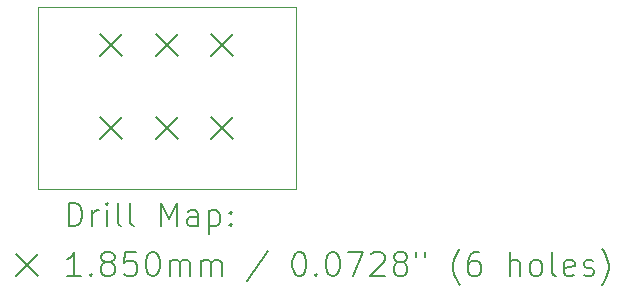
<source format=gbr>
%TF.GenerationSoftware,KiCad,Pcbnew,8.0.7*%
%TF.CreationDate,2024-12-30T14:37:35-05:00*%
%TF.ProjectId,SwitchBoard,53776974-6368-4426-9f61-72642e6b6963,rev?*%
%TF.SameCoordinates,Original*%
%TF.FileFunction,Drillmap*%
%TF.FilePolarity,Positive*%
%FSLAX45Y45*%
G04 Gerber Fmt 4.5, Leading zero omitted, Abs format (unit mm)*
G04 Created by KiCad (PCBNEW 8.0.7) date 2024-12-30 14:37:35*
%MOMM*%
%LPD*%
G01*
G04 APERTURE LIST*
%ADD10C,0.050000*%
%ADD11C,0.200000*%
%ADD12C,0.185000*%
G04 APERTURE END LIST*
D10*
X15590000Y-5980000D02*
X17770000Y-5980000D01*
X17770000Y-7520000D01*
X15590000Y-7520000D01*
X15590000Y-5980000D01*
D11*
D12*
X16117500Y-6207500D02*
X16302500Y-6392500D01*
X16302500Y-6207500D02*
X16117500Y-6392500D01*
X16117500Y-6907500D02*
X16302500Y-7092500D01*
X16302500Y-6907500D02*
X16117500Y-7092500D01*
X16587500Y-6207500D02*
X16772500Y-6392500D01*
X16772500Y-6207500D02*
X16587500Y-6392500D01*
X16587500Y-6907500D02*
X16772500Y-7092500D01*
X16772500Y-6907500D02*
X16587500Y-7092500D01*
X17057500Y-6207500D02*
X17242500Y-6392500D01*
X17242500Y-6207500D02*
X17057500Y-6392500D01*
X17057500Y-6907500D02*
X17242500Y-7092500D01*
X17242500Y-6907500D02*
X17057500Y-7092500D01*
D11*
X15848277Y-7833984D02*
X15848277Y-7633984D01*
X15848277Y-7633984D02*
X15895896Y-7633984D01*
X15895896Y-7633984D02*
X15924467Y-7643508D01*
X15924467Y-7643508D02*
X15943515Y-7662555D01*
X15943515Y-7662555D02*
X15953039Y-7681603D01*
X15953039Y-7681603D02*
X15962562Y-7719698D01*
X15962562Y-7719698D02*
X15962562Y-7748269D01*
X15962562Y-7748269D02*
X15953039Y-7786365D01*
X15953039Y-7786365D02*
X15943515Y-7805412D01*
X15943515Y-7805412D02*
X15924467Y-7824460D01*
X15924467Y-7824460D02*
X15895896Y-7833984D01*
X15895896Y-7833984D02*
X15848277Y-7833984D01*
X16048277Y-7833984D02*
X16048277Y-7700650D01*
X16048277Y-7738746D02*
X16057801Y-7719698D01*
X16057801Y-7719698D02*
X16067324Y-7710174D01*
X16067324Y-7710174D02*
X16086372Y-7700650D01*
X16086372Y-7700650D02*
X16105420Y-7700650D01*
X16172086Y-7833984D02*
X16172086Y-7700650D01*
X16172086Y-7633984D02*
X16162562Y-7643508D01*
X16162562Y-7643508D02*
X16172086Y-7653031D01*
X16172086Y-7653031D02*
X16181610Y-7643508D01*
X16181610Y-7643508D02*
X16172086Y-7633984D01*
X16172086Y-7633984D02*
X16172086Y-7653031D01*
X16295896Y-7833984D02*
X16276848Y-7824460D01*
X16276848Y-7824460D02*
X16267324Y-7805412D01*
X16267324Y-7805412D02*
X16267324Y-7633984D01*
X16400658Y-7833984D02*
X16381610Y-7824460D01*
X16381610Y-7824460D02*
X16372086Y-7805412D01*
X16372086Y-7805412D02*
X16372086Y-7633984D01*
X16629229Y-7833984D02*
X16629229Y-7633984D01*
X16629229Y-7633984D02*
X16695896Y-7776841D01*
X16695896Y-7776841D02*
X16762562Y-7633984D01*
X16762562Y-7633984D02*
X16762562Y-7833984D01*
X16943515Y-7833984D02*
X16943515Y-7729222D01*
X16943515Y-7729222D02*
X16933991Y-7710174D01*
X16933991Y-7710174D02*
X16914944Y-7700650D01*
X16914944Y-7700650D02*
X16876848Y-7700650D01*
X16876848Y-7700650D02*
X16857801Y-7710174D01*
X16943515Y-7824460D02*
X16924467Y-7833984D01*
X16924467Y-7833984D02*
X16876848Y-7833984D01*
X16876848Y-7833984D02*
X16857801Y-7824460D01*
X16857801Y-7824460D02*
X16848277Y-7805412D01*
X16848277Y-7805412D02*
X16848277Y-7786365D01*
X16848277Y-7786365D02*
X16857801Y-7767317D01*
X16857801Y-7767317D02*
X16876848Y-7757793D01*
X16876848Y-7757793D02*
X16924467Y-7757793D01*
X16924467Y-7757793D02*
X16943515Y-7748269D01*
X17038753Y-7700650D02*
X17038753Y-7900650D01*
X17038753Y-7710174D02*
X17057801Y-7700650D01*
X17057801Y-7700650D02*
X17095896Y-7700650D01*
X17095896Y-7700650D02*
X17114944Y-7710174D01*
X17114944Y-7710174D02*
X17124467Y-7719698D01*
X17124467Y-7719698D02*
X17133991Y-7738746D01*
X17133991Y-7738746D02*
X17133991Y-7795888D01*
X17133991Y-7795888D02*
X17124467Y-7814936D01*
X17124467Y-7814936D02*
X17114944Y-7824460D01*
X17114944Y-7824460D02*
X17095896Y-7833984D01*
X17095896Y-7833984D02*
X17057801Y-7833984D01*
X17057801Y-7833984D02*
X17038753Y-7824460D01*
X17219705Y-7814936D02*
X17229229Y-7824460D01*
X17229229Y-7824460D02*
X17219705Y-7833984D01*
X17219705Y-7833984D02*
X17210182Y-7824460D01*
X17210182Y-7824460D02*
X17219705Y-7814936D01*
X17219705Y-7814936D02*
X17219705Y-7833984D01*
X17219705Y-7710174D02*
X17229229Y-7719698D01*
X17229229Y-7719698D02*
X17219705Y-7729222D01*
X17219705Y-7729222D02*
X17210182Y-7719698D01*
X17210182Y-7719698D02*
X17219705Y-7710174D01*
X17219705Y-7710174D02*
X17219705Y-7729222D01*
D12*
X15402500Y-8070000D02*
X15587500Y-8255000D01*
X15587500Y-8070000D02*
X15402500Y-8255000D01*
D11*
X15953039Y-8253984D02*
X15838753Y-8253984D01*
X15895896Y-8253984D02*
X15895896Y-8053984D01*
X15895896Y-8053984D02*
X15876848Y-8082555D01*
X15876848Y-8082555D02*
X15857801Y-8101603D01*
X15857801Y-8101603D02*
X15838753Y-8111127D01*
X16038753Y-8234936D02*
X16048277Y-8244460D01*
X16048277Y-8244460D02*
X16038753Y-8253984D01*
X16038753Y-8253984D02*
X16029229Y-8244460D01*
X16029229Y-8244460D02*
X16038753Y-8234936D01*
X16038753Y-8234936D02*
X16038753Y-8253984D01*
X16162562Y-8139698D02*
X16143515Y-8130174D01*
X16143515Y-8130174D02*
X16133991Y-8120650D01*
X16133991Y-8120650D02*
X16124467Y-8101603D01*
X16124467Y-8101603D02*
X16124467Y-8092079D01*
X16124467Y-8092079D02*
X16133991Y-8073031D01*
X16133991Y-8073031D02*
X16143515Y-8063508D01*
X16143515Y-8063508D02*
X16162562Y-8053984D01*
X16162562Y-8053984D02*
X16200658Y-8053984D01*
X16200658Y-8053984D02*
X16219705Y-8063508D01*
X16219705Y-8063508D02*
X16229229Y-8073031D01*
X16229229Y-8073031D02*
X16238753Y-8092079D01*
X16238753Y-8092079D02*
X16238753Y-8101603D01*
X16238753Y-8101603D02*
X16229229Y-8120650D01*
X16229229Y-8120650D02*
X16219705Y-8130174D01*
X16219705Y-8130174D02*
X16200658Y-8139698D01*
X16200658Y-8139698D02*
X16162562Y-8139698D01*
X16162562Y-8139698D02*
X16143515Y-8149222D01*
X16143515Y-8149222D02*
X16133991Y-8158746D01*
X16133991Y-8158746D02*
X16124467Y-8177793D01*
X16124467Y-8177793D02*
X16124467Y-8215888D01*
X16124467Y-8215888D02*
X16133991Y-8234936D01*
X16133991Y-8234936D02*
X16143515Y-8244460D01*
X16143515Y-8244460D02*
X16162562Y-8253984D01*
X16162562Y-8253984D02*
X16200658Y-8253984D01*
X16200658Y-8253984D02*
X16219705Y-8244460D01*
X16219705Y-8244460D02*
X16229229Y-8234936D01*
X16229229Y-8234936D02*
X16238753Y-8215888D01*
X16238753Y-8215888D02*
X16238753Y-8177793D01*
X16238753Y-8177793D02*
X16229229Y-8158746D01*
X16229229Y-8158746D02*
X16219705Y-8149222D01*
X16219705Y-8149222D02*
X16200658Y-8139698D01*
X16419705Y-8053984D02*
X16324467Y-8053984D01*
X16324467Y-8053984D02*
X16314943Y-8149222D01*
X16314943Y-8149222D02*
X16324467Y-8139698D01*
X16324467Y-8139698D02*
X16343515Y-8130174D01*
X16343515Y-8130174D02*
X16391134Y-8130174D01*
X16391134Y-8130174D02*
X16410182Y-8139698D01*
X16410182Y-8139698D02*
X16419705Y-8149222D01*
X16419705Y-8149222D02*
X16429229Y-8168269D01*
X16429229Y-8168269D02*
X16429229Y-8215888D01*
X16429229Y-8215888D02*
X16419705Y-8234936D01*
X16419705Y-8234936D02*
X16410182Y-8244460D01*
X16410182Y-8244460D02*
X16391134Y-8253984D01*
X16391134Y-8253984D02*
X16343515Y-8253984D01*
X16343515Y-8253984D02*
X16324467Y-8244460D01*
X16324467Y-8244460D02*
X16314943Y-8234936D01*
X16553039Y-8053984D02*
X16572086Y-8053984D01*
X16572086Y-8053984D02*
X16591134Y-8063508D01*
X16591134Y-8063508D02*
X16600658Y-8073031D01*
X16600658Y-8073031D02*
X16610182Y-8092079D01*
X16610182Y-8092079D02*
X16619705Y-8130174D01*
X16619705Y-8130174D02*
X16619705Y-8177793D01*
X16619705Y-8177793D02*
X16610182Y-8215888D01*
X16610182Y-8215888D02*
X16600658Y-8234936D01*
X16600658Y-8234936D02*
X16591134Y-8244460D01*
X16591134Y-8244460D02*
X16572086Y-8253984D01*
X16572086Y-8253984D02*
X16553039Y-8253984D01*
X16553039Y-8253984D02*
X16533991Y-8244460D01*
X16533991Y-8244460D02*
X16524467Y-8234936D01*
X16524467Y-8234936D02*
X16514943Y-8215888D01*
X16514943Y-8215888D02*
X16505420Y-8177793D01*
X16505420Y-8177793D02*
X16505420Y-8130174D01*
X16505420Y-8130174D02*
X16514943Y-8092079D01*
X16514943Y-8092079D02*
X16524467Y-8073031D01*
X16524467Y-8073031D02*
X16533991Y-8063508D01*
X16533991Y-8063508D02*
X16553039Y-8053984D01*
X16705420Y-8253984D02*
X16705420Y-8120650D01*
X16705420Y-8139698D02*
X16714943Y-8130174D01*
X16714943Y-8130174D02*
X16733991Y-8120650D01*
X16733991Y-8120650D02*
X16762563Y-8120650D01*
X16762563Y-8120650D02*
X16781610Y-8130174D01*
X16781610Y-8130174D02*
X16791134Y-8149222D01*
X16791134Y-8149222D02*
X16791134Y-8253984D01*
X16791134Y-8149222D02*
X16800658Y-8130174D01*
X16800658Y-8130174D02*
X16819705Y-8120650D01*
X16819705Y-8120650D02*
X16848277Y-8120650D01*
X16848277Y-8120650D02*
X16867325Y-8130174D01*
X16867325Y-8130174D02*
X16876848Y-8149222D01*
X16876848Y-8149222D02*
X16876848Y-8253984D01*
X16972086Y-8253984D02*
X16972086Y-8120650D01*
X16972086Y-8139698D02*
X16981610Y-8130174D01*
X16981610Y-8130174D02*
X17000658Y-8120650D01*
X17000658Y-8120650D02*
X17029229Y-8120650D01*
X17029229Y-8120650D02*
X17048277Y-8130174D01*
X17048277Y-8130174D02*
X17057801Y-8149222D01*
X17057801Y-8149222D02*
X17057801Y-8253984D01*
X17057801Y-8149222D02*
X17067325Y-8130174D01*
X17067325Y-8130174D02*
X17086372Y-8120650D01*
X17086372Y-8120650D02*
X17114944Y-8120650D01*
X17114944Y-8120650D02*
X17133991Y-8130174D01*
X17133991Y-8130174D02*
X17143515Y-8149222D01*
X17143515Y-8149222D02*
X17143515Y-8253984D01*
X17533991Y-8044460D02*
X17362563Y-8301603D01*
X17791134Y-8053984D02*
X17810182Y-8053984D01*
X17810182Y-8053984D02*
X17829229Y-8063508D01*
X17829229Y-8063508D02*
X17838753Y-8073031D01*
X17838753Y-8073031D02*
X17848277Y-8092079D01*
X17848277Y-8092079D02*
X17857801Y-8130174D01*
X17857801Y-8130174D02*
X17857801Y-8177793D01*
X17857801Y-8177793D02*
X17848277Y-8215888D01*
X17848277Y-8215888D02*
X17838753Y-8234936D01*
X17838753Y-8234936D02*
X17829229Y-8244460D01*
X17829229Y-8244460D02*
X17810182Y-8253984D01*
X17810182Y-8253984D02*
X17791134Y-8253984D01*
X17791134Y-8253984D02*
X17772087Y-8244460D01*
X17772087Y-8244460D02*
X17762563Y-8234936D01*
X17762563Y-8234936D02*
X17753039Y-8215888D01*
X17753039Y-8215888D02*
X17743515Y-8177793D01*
X17743515Y-8177793D02*
X17743515Y-8130174D01*
X17743515Y-8130174D02*
X17753039Y-8092079D01*
X17753039Y-8092079D02*
X17762563Y-8073031D01*
X17762563Y-8073031D02*
X17772087Y-8063508D01*
X17772087Y-8063508D02*
X17791134Y-8053984D01*
X17943515Y-8234936D02*
X17953039Y-8244460D01*
X17953039Y-8244460D02*
X17943515Y-8253984D01*
X17943515Y-8253984D02*
X17933991Y-8244460D01*
X17933991Y-8244460D02*
X17943515Y-8234936D01*
X17943515Y-8234936D02*
X17943515Y-8253984D01*
X18076848Y-8053984D02*
X18095896Y-8053984D01*
X18095896Y-8053984D02*
X18114944Y-8063508D01*
X18114944Y-8063508D02*
X18124468Y-8073031D01*
X18124468Y-8073031D02*
X18133991Y-8092079D01*
X18133991Y-8092079D02*
X18143515Y-8130174D01*
X18143515Y-8130174D02*
X18143515Y-8177793D01*
X18143515Y-8177793D02*
X18133991Y-8215888D01*
X18133991Y-8215888D02*
X18124468Y-8234936D01*
X18124468Y-8234936D02*
X18114944Y-8244460D01*
X18114944Y-8244460D02*
X18095896Y-8253984D01*
X18095896Y-8253984D02*
X18076848Y-8253984D01*
X18076848Y-8253984D02*
X18057801Y-8244460D01*
X18057801Y-8244460D02*
X18048277Y-8234936D01*
X18048277Y-8234936D02*
X18038753Y-8215888D01*
X18038753Y-8215888D02*
X18029229Y-8177793D01*
X18029229Y-8177793D02*
X18029229Y-8130174D01*
X18029229Y-8130174D02*
X18038753Y-8092079D01*
X18038753Y-8092079D02*
X18048277Y-8073031D01*
X18048277Y-8073031D02*
X18057801Y-8063508D01*
X18057801Y-8063508D02*
X18076848Y-8053984D01*
X18210182Y-8053984D02*
X18343515Y-8053984D01*
X18343515Y-8053984D02*
X18257801Y-8253984D01*
X18410182Y-8073031D02*
X18419706Y-8063508D01*
X18419706Y-8063508D02*
X18438753Y-8053984D01*
X18438753Y-8053984D02*
X18486372Y-8053984D01*
X18486372Y-8053984D02*
X18505420Y-8063508D01*
X18505420Y-8063508D02*
X18514944Y-8073031D01*
X18514944Y-8073031D02*
X18524468Y-8092079D01*
X18524468Y-8092079D02*
X18524468Y-8111127D01*
X18524468Y-8111127D02*
X18514944Y-8139698D01*
X18514944Y-8139698D02*
X18400658Y-8253984D01*
X18400658Y-8253984D02*
X18524468Y-8253984D01*
X18638753Y-8139698D02*
X18619706Y-8130174D01*
X18619706Y-8130174D02*
X18610182Y-8120650D01*
X18610182Y-8120650D02*
X18600658Y-8101603D01*
X18600658Y-8101603D02*
X18600658Y-8092079D01*
X18600658Y-8092079D02*
X18610182Y-8073031D01*
X18610182Y-8073031D02*
X18619706Y-8063508D01*
X18619706Y-8063508D02*
X18638753Y-8053984D01*
X18638753Y-8053984D02*
X18676849Y-8053984D01*
X18676849Y-8053984D02*
X18695896Y-8063508D01*
X18695896Y-8063508D02*
X18705420Y-8073031D01*
X18705420Y-8073031D02*
X18714944Y-8092079D01*
X18714944Y-8092079D02*
X18714944Y-8101603D01*
X18714944Y-8101603D02*
X18705420Y-8120650D01*
X18705420Y-8120650D02*
X18695896Y-8130174D01*
X18695896Y-8130174D02*
X18676849Y-8139698D01*
X18676849Y-8139698D02*
X18638753Y-8139698D01*
X18638753Y-8139698D02*
X18619706Y-8149222D01*
X18619706Y-8149222D02*
X18610182Y-8158746D01*
X18610182Y-8158746D02*
X18600658Y-8177793D01*
X18600658Y-8177793D02*
X18600658Y-8215888D01*
X18600658Y-8215888D02*
X18610182Y-8234936D01*
X18610182Y-8234936D02*
X18619706Y-8244460D01*
X18619706Y-8244460D02*
X18638753Y-8253984D01*
X18638753Y-8253984D02*
X18676849Y-8253984D01*
X18676849Y-8253984D02*
X18695896Y-8244460D01*
X18695896Y-8244460D02*
X18705420Y-8234936D01*
X18705420Y-8234936D02*
X18714944Y-8215888D01*
X18714944Y-8215888D02*
X18714944Y-8177793D01*
X18714944Y-8177793D02*
X18705420Y-8158746D01*
X18705420Y-8158746D02*
X18695896Y-8149222D01*
X18695896Y-8149222D02*
X18676849Y-8139698D01*
X18791134Y-8053984D02*
X18791134Y-8092079D01*
X18867325Y-8053984D02*
X18867325Y-8092079D01*
X19162563Y-8330174D02*
X19153039Y-8320650D01*
X19153039Y-8320650D02*
X19133991Y-8292079D01*
X19133991Y-8292079D02*
X19124468Y-8273031D01*
X19124468Y-8273031D02*
X19114944Y-8244460D01*
X19114944Y-8244460D02*
X19105420Y-8196841D01*
X19105420Y-8196841D02*
X19105420Y-8158746D01*
X19105420Y-8158746D02*
X19114944Y-8111127D01*
X19114944Y-8111127D02*
X19124468Y-8082555D01*
X19124468Y-8082555D02*
X19133991Y-8063508D01*
X19133991Y-8063508D02*
X19153039Y-8034936D01*
X19153039Y-8034936D02*
X19162563Y-8025412D01*
X19324468Y-8053984D02*
X19286372Y-8053984D01*
X19286372Y-8053984D02*
X19267325Y-8063508D01*
X19267325Y-8063508D02*
X19257801Y-8073031D01*
X19257801Y-8073031D02*
X19238753Y-8101603D01*
X19238753Y-8101603D02*
X19229230Y-8139698D01*
X19229230Y-8139698D02*
X19229230Y-8215888D01*
X19229230Y-8215888D02*
X19238753Y-8234936D01*
X19238753Y-8234936D02*
X19248277Y-8244460D01*
X19248277Y-8244460D02*
X19267325Y-8253984D01*
X19267325Y-8253984D02*
X19305420Y-8253984D01*
X19305420Y-8253984D02*
X19324468Y-8244460D01*
X19324468Y-8244460D02*
X19333991Y-8234936D01*
X19333991Y-8234936D02*
X19343515Y-8215888D01*
X19343515Y-8215888D02*
X19343515Y-8168269D01*
X19343515Y-8168269D02*
X19333991Y-8149222D01*
X19333991Y-8149222D02*
X19324468Y-8139698D01*
X19324468Y-8139698D02*
X19305420Y-8130174D01*
X19305420Y-8130174D02*
X19267325Y-8130174D01*
X19267325Y-8130174D02*
X19248277Y-8139698D01*
X19248277Y-8139698D02*
X19238753Y-8149222D01*
X19238753Y-8149222D02*
X19229230Y-8168269D01*
X19581611Y-8253984D02*
X19581611Y-8053984D01*
X19667325Y-8253984D02*
X19667325Y-8149222D01*
X19667325Y-8149222D02*
X19657801Y-8130174D01*
X19657801Y-8130174D02*
X19638753Y-8120650D01*
X19638753Y-8120650D02*
X19610182Y-8120650D01*
X19610182Y-8120650D02*
X19591134Y-8130174D01*
X19591134Y-8130174D02*
X19581611Y-8139698D01*
X19791134Y-8253984D02*
X19772087Y-8244460D01*
X19772087Y-8244460D02*
X19762563Y-8234936D01*
X19762563Y-8234936D02*
X19753039Y-8215888D01*
X19753039Y-8215888D02*
X19753039Y-8158746D01*
X19753039Y-8158746D02*
X19762563Y-8139698D01*
X19762563Y-8139698D02*
X19772087Y-8130174D01*
X19772087Y-8130174D02*
X19791134Y-8120650D01*
X19791134Y-8120650D02*
X19819706Y-8120650D01*
X19819706Y-8120650D02*
X19838753Y-8130174D01*
X19838753Y-8130174D02*
X19848277Y-8139698D01*
X19848277Y-8139698D02*
X19857801Y-8158746D01*
X19857801Y-8158746D02*
X19857801Y-8215888D01*
X19857801Y-8215888D02*
X19848277Y-8234936D01*
X19848277Y-8234936D02*
X19838753Y-8244460D01*
X19838753Y-8244460D02*
X19819706Y-8253984D01*
X19819706Y-8253984D02*
X19791134Y-8253984D01*
X19972087Y-8253984D02*
X19953039Y-8244460D01*
X19953039Y-8244460D02*
X19943515Y-8225412D01*
X19943515Y-8225412D02*
X19943515Y-8053984D01*
X20124468Y-8244460D02*
X20105420Y-8253984D01*
X20105420Y-8253984D02*
X20067325Y-8253984D01*
X20067325Y-8253984D02*
X20048277Y-8244460D01*
X20048277Y-8244460D02*
X20038753Y-8225412D01*
X20038753Y-8225412D02*
X20038753Y-8149222D01*
X20038753Y-8149222D02*
X20048277Y-8130174D01*
X20048277Y-8130174D02*
X20067325Y-8120650D01*
X20067325Y-8120650D02*
X20105420Y-8120650D01*
X20105420Y-8120650D02*
X20124468Y-8130174D01*
X20124468Y-8130174D02*
X20133992Y-8149222D01*
X20133992Y-8149222D02*
X20133992Y-8168269D01*
X20133992Y-8168269D02*
X20038753Y-8187317D01*
X20210182Y-8244460D02*
X20229230Y-8253984D01*
X20229230Y-8253984D02*
X20267325Y-8253984D01*
X20267325Y-8253984D02*
X20286373Y-8244460D01*
X20286373Y-8244460D02*
X20295896Y-8225412D01*
X20295896Y-8225412D02*
X20295896Y-8215888D01*
X20295896Y-8215888D02*
X20286373Y-8196841D01*
X20286373Y-8196841D02*
X20267325Y-8187317D01*
X20267325Y-8187317D02*
X20238753Y-8187317D01*
X20238753Y-8187317D02*
X20219706Y-8177793D01*
X20219706Y-8177793D02*
X20210182Y-8158746D01*
X20210182Y-8158746D02*
X20210182Y-8149222D01*
X20210182Y-8149222D02*
X20219706Y-8130174D01*
X20219706Y-8130174D02*
X20238753Y-8120650D01*
X20238753Y-8120650D02*
X20267325Y-8120650D01*
X20267325Y-8120650D02*
X20286373Y-8130174D01*
X20362563Y-8330174D02*
X20372087Y-8320650D01*
X20372087Y-8320650D02*
X20391134Y-8292079D01*
X20391134Y-8292079D02*
X20400658Y-8273031D01*
X20400658Y-8273031D02*
X20410182Y-8244460D01*
X20410182Y-8244460D02*
X20419706Y-8196841D01*
X20419706Y-8196841D02*
X20419706Y-8158746D01*
X20419706Y-8158746D02*
X20410182Y-8111127D01*
X20410182Y-8111127D02*
X20400658Y-8082555D01*
X20400658Y-8082555D02*
X20391134Y-8063508D01*
X20391134Y-8063508D02*
X20372087Y-8034936D01*
X20372087Y-8034936D02*
X20362563Y-8025412D01*
M02*

</source>
